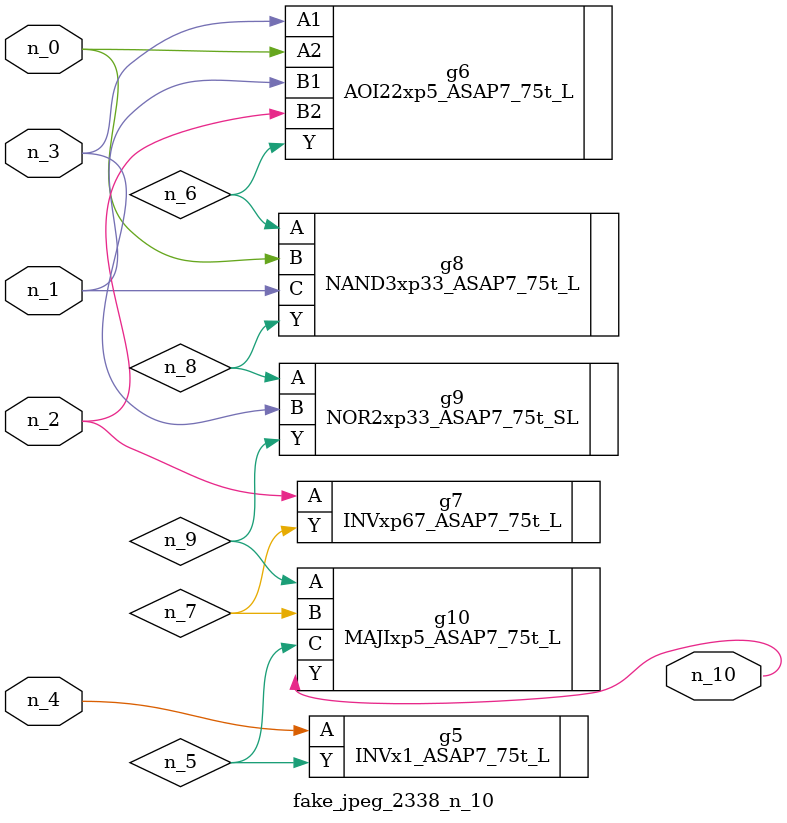
<source format=v>
module fake_jpeg_2338_n_10 (n_3, n_2, n_1, n_0, n_4, n_10);

input n_3;
input n_2;
input n_1;
input n_0;
input n_4;

output n_10;

wire n_8;
wire n_9;
wire n_6;
wire n_5;
wire n_7;

INVx1_ASAP7_75t_L g5 ( 
.A(n_4),
.Y(n_5)
);

AOI22xp5_ASAP7_75t_L g6 ( 
.A1(n_3),
.A2(n_0),
.B1(n_1),
.B2(n_2),
.Y(n_6)
);

INVxp67_ASAP7_75t_L g7 ( 
.A(n_2),
.Y(n_7)
);

NAND3xp33_ASAP7_75t_L g8 ( 
.A(n_6),
.B(n_0),
.C(n_1),
.Y(n_8)
);

NOR2xp33_ASAP7_75t_SL g9 ( 
.A(n_8),
.B(n_3),
.Y(n_9)
);

MAJIxp5_ASAP7_75t_L g10 ( 
.A(n_9),
.B(n_7),
.C(n_5),
.Y(n_10)
);


endmodule
</source>
